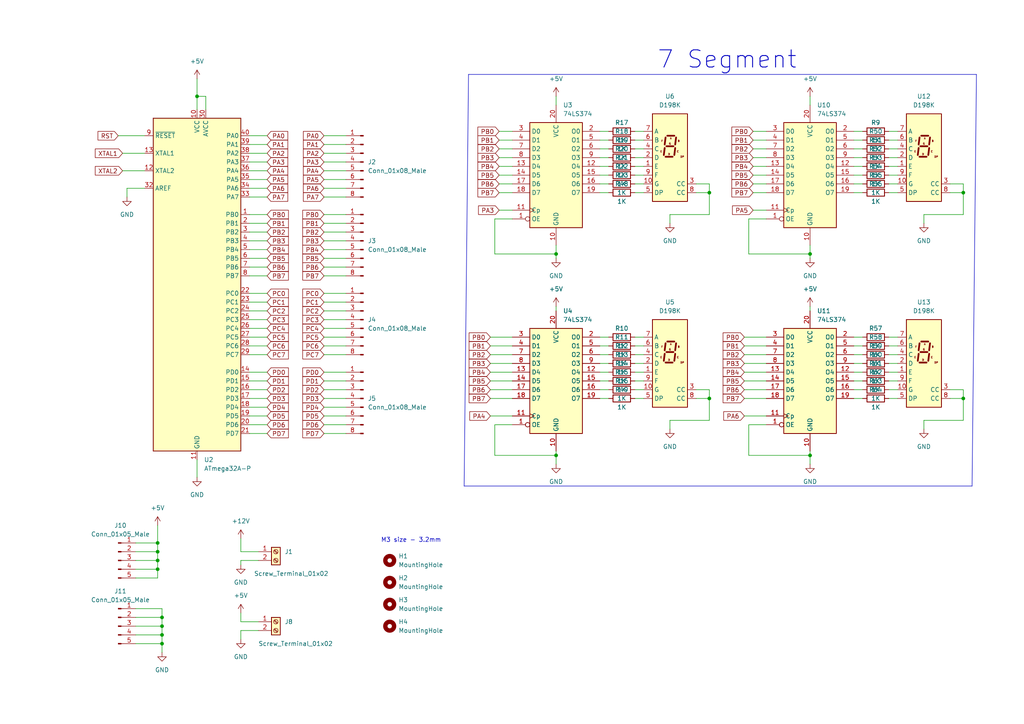
<source format=kicad_sch>
(kicad_sch (version 20230121) (generator eeschema)
  (paper "A4")
  (lib_symbols
    (symbol "+5V_1" (power) (pin_names (offset 0))
      (property "Value" "+5V_1" (at 0 3.556 0))
      (symbol "+5V_1_1_1"
        (pin power_in line (at 0 0 90) (length 0) hide (name "+5V") (number "1"))
      )
    )
    (symbol "74xx:74LS374"
      (property "Reference" "U" (at -7.62 16.51 0))
      (property "Value" "74LS374" (at -7.62 -16.51 0))
      (symbol "74LS374_1_0"
        (pin input inverted (at -12.7 -12.7 0) (length 5.08) (name "OE") (number "1"))
        (pin power_in line (at 0 -20.32 90) (length 5.08) (name "GND") (number "10"))
        (pin input clock (at -12.7 -10.16 0) (length 5.08) (name "Cp") (number "11"))
        (pin tri_state line (at 12.7 2.54 180) (length 5.08) (name "O4") (number "12"))
        (pin input line (at -12.7 2.54 0) (length 5.08) (name "D4") (number "13"))
        (pin input line (at -12.7 0 0) (length 5.08) (name "D5") (number "14"))
        (pin tri_state line (at 12.7 0 180) (length 5.08) (name "O5") (number "15"))
        (pin tri_state line (at 12.7 -2.54 180) (length 5.08) (name "O6") (number "16"))
        (pin input line (at -12.7 -2.54 0) (length 5.08) (name "D6") (number "17"))
        (pin input line (at -12.7 -5.08 0) (length 5.08) (name "D7") (number "18"))
        (pin tri_state line (at 12.7 -5.08 180) (length 5.08) (name "O7") (number "19"))
        (pin tri_state line (at 12.7 12.7 180) (length 5.08) (name "O0") (number "2"))
        (pin power_in line (at 0 20.32 270) (length 5.08) (name "VCC") (number "20"))
        (pin input line (at -12.7 12.7 0) (length 5.08) (name "D0") (number "3"))
        (pin input line (at -12.7 10.16 0) (length 5.08) (name "D1") (number "4"))
        (pin tri_state line (at 12.7 10.16 180) (length 5.08) (name "O1") (number "5"))
        (pin tri_state line (at 12.7 7.62 180) (length 5.08) (name "O2") (number "6"))
        (pin input line (at -12.7 7.62 0) (length 5.08) (name "D2") (number "7"))
        (pin input line (at -12.7 5.08 0) (length 5.08) (name "D3") (number "8"))
        (pin tri_state line (at 12.7 5.08 180) (length 5.08) (name "O3") (number "9"))
      )
    )
    (symbol "Connector:Conn_01x05_Male" (pin_names (offset 1.016) hide)
      (property "Reference" "J" (at 0 7.62 0))
      (property "Value" "Conn_01x05_Male" (at 0 -7.62 0))
      (symbol "Conn_01x05_Male_1_1"
        (pin passive line (at 5.08 5.08 180) (length 3.81) (name "Pin_1") (number "1"))
        (pin passive line (at 5.08 2.54 180) (length 3.81) (name "Pin_2") (number "2"))
        (pin passive line (at 5.08 0 180) (length 3.81) (name "Pin_3") (number "3"))
        (pin passive line (at 5.08 -2.54 180) (length 3.81) (name "Pin_4") (number "4"))
        (pin passive line (at 5.08 -5.08 180) (length 3.81) (name "Pin_5") (number "5"))
      )
    )
    (symbol "Connector:Conn_01x08_Male" (pin_names (offset 1.016) hide)
      (property "Reference" "J" (at 0 10.16 0))
      (property "Value" "Conn_01x08_Male" (at 0 -12.7 0))
      (symbol "Conn_01x08_Male_1_1"
        (pin passive line (at 5.08 7.62 180) (length 3.81) (name "Pin_1") (number "1"))
        (pin passive line (at 5.08 5.08 180) (length 3.81) (name "Pin_2") (number "2"))
        (pin passive line (at 5.08 2.54 180) (length 3.81) (name "Pin_3") (number "3"))
        (pin passive line (at 5.08 0 180) (length 3.81) (name "Pin_4") (number "4"))
        (pin passive line (at 5.08 -2.54 180) (length 3.81) (name "Pin_5") (number "5"))
        (pin passive line (at 5.08 -5.08 180) (length 3.81) (name "Pin_6") (number "6"))
        (pin passive line (at 5.08 -7.62 180) (length 3.81) (name "Pin_7") (number "7"))
        (pin passive line (at 5.08 -10.16 180) (length 3.81) (name "Pin_8") (number "8"))
      )
    )
    (symbol "Connector:Screw_Terminal_01x02" (pin_names (offset 1.016) hide)
      (property "Reference" "J" (at 0 2.54 0))
      (property "Value" "Screw_Terminal_01x02" (at 0 -5.08 0))
      (symbol "Screw_Terminal_01x02_1_1"
        (pin passive line (at -5.08 0 0) (length 3.81) (name "Pin_1") (number "1"))
        (pin passive line (at -5.08 -2.54 0) (length 3.81) (name "Pin_2") (number "2"))
      )
    )
    (symbol "Device:R" (pin_numbers hide) (pin_names (offset 0))
      (property "Reference" "R" (at 2.032 0 90))
      (property "Value" "R" (at 0 0 90))
      (symbol "R_1_1"
        (pin passive line (at 0 3.81 270) (length 1.27) (name "~") (number "1"))
        (pin passive line (at 0 -3.81 90) (length 1.27) (name "~") (number "2"))
      )
    )
    (symbol "Display_Character:D198K"
      (property "Reference" "U" (at -2.54 13.97 0))
      (property "Value" "D198K" (at 1.27 13.97 0))
      (symbol "D198K_0_0"
        (text "A" (at 0.254 5.588 0) (effects (font (size 0.508 0.508))))
        (text "B" (at 2.54 4.826 0) (effects (font (size 0.508 0.508))))
        (text "C" (at 2.286 1.778 0) (effects (font (size 0.508 0.508))))
        (text "D" (at -0.254 1.016 0) (effects (font (size 0.508 0.508))))
        (text "DP" (at 3.556 0.254 0) (effects (font (size 0.508 0.508))))
        (text "E" (at -2.54 1.778 0) (effects (font (size 0.508 0.508))))
        (text "F" (at -2.286 4.826 0) (effects (font (size 0.508 0.508))))
        (text "G" (at 0 4.064 0) (effects (font (size 0.508 0.508))))
      )
      (symbol "D198K_1_1"
        (pin input line (at -7.62 -2.54 0) (length 2.54) (name "E") (number "1"))
        (pin input line (at -7.62 -7.62 0) (length 2.54) (name "G") (number "10"))
        (pin input line (at -7.62 0 0) (length 2.54) (name "D") (number "2"))
        (pin input line (at 7.62 -7.62 180) (length 2.54) (name "CC") (number "3"))
        (pin input line (at -7.62 2.54 0) (length 2.54) (name "C") (number "4"))
        (pin input line (at -7.62 -10.16 0) (length 2.54) (name "DP") (number "5"))
        (pin input line (at -7.62 5.08 0) (length 2.54) (name "B") (number "6"))
        (pin input line (at -7.62 7.62 0) (length 2.54) (name "A") (number "7"))
        (pin input line (at 7.62 -10.16 180) (length 2.54) (name "CC") (number "8"))
        (pin input line (at -7.62 -5.08 0) (length 2.54) (name "F") (number "9"))
      )
    )
    (symbol "MCU_Microchip_ATmega:ATmega32A-P"
      (property "Reference" "U" (at -12.7 49.53 0))
      (property "Value" "ATmega32A-P" (at 2.54 -49.53 0))
      (symbol "ATmega32A-P_1_1"
        (pin bidirectional line (at 15.24 20.32 180) (length 2.54) (name "PB0") (number "1"))
        (pin power_in line (at 0 50.8 270) (length 2.54) (name "VCC") (number "10"))
        (pin power_in line (at 0 -50.8 90) (length 2.54) (name "GND") (number "11"))
        (pin output line (at -15.24 33.02 0) (length 2.54) (name "XTAL2") (number "12"))
        (pin input line (at -15.24 38.1 0) (length 2.54) (name "XTAL1") (number "13"))
        (pin bidirectional line (at 15.24 -25.4 180) (length 2.54) (name "PD0") (number "14"))
        (pin bidirectional line (at 15.24 -27.94 180) (length 2.54) (name "PD1") (number "15"))
        (pin bidirectional line (at 15.24 -30.48 180) (length 2.54) (name "PD2") (number "16"))
        (pin bidirectional line (at 15.24 -33.02 180) (length 2.54) (name "PD3") (number "17"))
        (pin bidirectional line (at 15.24 -35.56 180) (length 2.54) (name "PD4") (number "18"))
        (pin bidirectional line (at 15.24 -38.1 180) (length 2.54) (name "PD5") (number "19"))
        (pin bidirectional line (at 15.24 17.78 180) (length 2.54) (name "PB1") (number "2"))
        (pin bidirectional line (at 15.24 -40.64 180) (length 2.54) (name "PD6") (number "20"))
        (pin bidirectional line (at 15.24 -43.18 180) (length 2.54) (name "PD7") (number "21"))
        (pin bidirectional line (at 15.24 -2.54 180) (length 2.54) (name "PC0") (number "22"))
        (pin bidirectional line (at 15.24 -5.08 180) (length 2.54) (name "PC1") (number "23"))
        (pin bidirectional line (at 15.24 -7.62 180) (length 2.54) (name "PC2") (number "24"))
        (pin bidirectional line (at 15.24 -10.16 180) (length 2.54) (name "PC3") (number "25"))
        (pin bidirectional line (at 15.24 -12.7 180) (length 2.54) (name "PC4") (number "26"))
        (pin bidirectional line (at 15.24 -15.24 180) (length 2.54) (name "PC5") (number "27"))
        (pin bidirectional line (at 15.24 -17.78 180) (length 2.54) (name "PC6") (number "28"))
        (pin bidirectional line (at 15.24 -20.32 180) (length 2.54) (name "PC7") (number "29"))
        (pin bidirectional line (at 15.24 15.24 180) (length 2.54) (name "PB2") (number "3"))
        (pin power_in line (at 2.54 50.8 270) (length 2.54) (name "AVCC") (number "30"))
        (pin passive line (at 0 -50.8 90) (length 2.54) hide (name "GND") (number "31"))
        (pin passive line (at -15.24 27.94 0) (length 2.54) (name "AREF") (number "32"))
        (pin bidirectional line (at 15.24 25.4 180) (length 2.54) (name "PA7") (number "33"))
        (pin bidirectional line (at 15.24 27.94 180) (length 2.54) (name "PA6") (number "34"))
        (pin bidirectional line (at 15.24 30.48 180) (length 2.54) (name "PA5") (number "35"))
        (pin bidirectional line (at 15.24 33.02 180) (length 2.54) (name "PA4") (number "36"))
        (pin bidirectional line (at 15.24 35.56 180) (length 2.54) (name "PA3") (number "37"))
        (pin bidirectional line (at 15.24 38.1 180) (length 2.54) (name "PA2") (number "38"))
        (pin bidirectional line (at 15.24 40.64 180) (length 2.54) (name "PA1") (number "39"))
        (pin bidirectional line (at 15.24 12.7 180) (length 2.54) (name "PB3") (number "4"))
        (pin bidirectional line (at 15.24 43.18 180) (length 2.54) (name "PA0") (number "40"))
        (pin bidirectional line (at 15.24 10.16 180) (length 2.54) (name "PB4") (number "5"))
        (pin bidirectional line (at 15.24 7.62 180) (length 2.54) (name "PB5") (number "6"))
        (pin bidirectional line (at 15.24 5.08 180) (length 2.54) (name "PB6") (number "7"))
        (pin bidirectional line (at 15.24 2.54 180) (length 2.54) (name "PB7") (number "8"))
        (pin input line (at -15.24 43.18 0) (length 2.54) (name "~{RESET}") (number "9"))
      )
    )
    (symbol "Mechanical:MountingHole" (pin_names (offset 1.016))
      (property "Reference" "H" (at 0 5.08 0))
      (property "Value" "MountingHole" (at 0 3.175 0))
    )
    (symbol "power:+12V" (power) (pin_names (offset 0))
      (property "Value" "+12V" (at 0 3.556 0))
      (symbol "+12V_1_1"
        (pin power_in line (at 0 0 90) (length 0) hide (name "+12V") (number "1"))
      )
    )
    (symbol "power:+5V" (power) (pin_names (offset 0))
      (property "Value" "+5V" (at 0 3.556 0))
      (symbol "+5V_1_1"
        (pin power_in line (at 0 0 90) (length 0) hide (name "+5V") (number "1"))
      )
    )
    (symbol "power:GND" (power) (pin_names (offset 0))
      (property "Value" "GND" (at 0 -3.81 0))
      (symbol "GND_1_1"
        (pin power_in line (at 0 0 270) (length 0) hide (name "GND") (number "1"))
      )
    )
  )
  (junction (at 234.95 132.08))
  (junction (at 279.4 55.88))
  (junction (at 46.99 184.15))
  (junction (at 45.72 160.02))
  (junction (at 57.15 27.94))
  (junction (at 45.72 162.56))
  (junction (at 45.72 157.48))
  (junction (at 161.29 132.08))
  (junction (at 46.99 181.61))
  (junction (at 279.4 115.57))
  (junction (at 234.95 73.66))
  (junction (at 205.74 55.88))
  (junction (at 161.29 73.66))
  (junction (at 46.99 179.07))
  (junction (at 46.99 186.69))
  (junction (at 205.74 115.57))
  (junction (at 45.72 165.1))
  (wire (pts (xy 279.4 113.03) (xy 279.4 115.57)))
  (wire (pts (xy 184.15 45.72) (xy 186.69 45.72)))
  (wire (pts (xy 215.9 107.95) (xy 222.25 107.95)))
  (wire (pts (xy 93.98 54.61) (xy 100.33 54.61)))
  (wire (pts (xy 173.99 38.1) (xy 176.53 38.1)))
  (wire (pts (xy 184.15 38.1) (xy 186.69 38.1)))
  (wire (pts (xy 257.81 50.8) (xy 260.35 50.8)))
  (polyline (pts (xy 135.89 21.59) (xy 134.62 140.97)))
  (wire (pts (xy 69.85 182.88) (xy 69.85 185.42)))
  (wire (pts (xy 247.65 113.03) (xy 250.19 113.03)))
  (wire (pts (xy 173.99 40.64) (xy 176.53 40.64)))
  (wire (pts (xy 148.59 123.19) (xy 143.51 123.19)))
  (wire (pts (xy 93.98 97.79) (xy 100.33 97.79)))
  (wire (pts (xy 45.72 167.64) (xy 45.72 165.1)))
  (wire (pts (xy 194.31 62.23) (xy 194.31 64.77)))
  (wire (pts (xy 184.15 113.03) (xy 186.69 113.03)))
  (wire (pts (xy 234.95 71.12) (xy 234.95 73.66)))
  (wire (pts (xy 173.99 100.33) (xy 176.53 100.33)))
  (wire (pts (xy 144.78 48.26) (xy 148.59 48.26)))
  (wire (pts (xy 69.85 160.02) (xy 74.93 160.02)))
  (wire (pts (xy 93.98 120.65) (xy 100.33 120.65)))
  (wire (pts (xy 161.29 130.81) (xy 161.29 132.08)))
  (wire (pts (xy 142.24 113.03) (xy 148.59 113.03)))
  (wire (pts (xy 275.59 113.03) (xy 279.4 113.03)))
  (wire (pts (xy 234.95 73.66) (xy 234.95 74.93)))
  (wire (pts (xy 217.17 73.66) (xy 234.95 73.66)))
  (wire (pts (xy 41.91 54.61) (xy 36.83 54.61)))
  (wire (pts (xy 218.44 50.8) (xy 222.25 50.8)))
  (wire (pts (xy 77.47 80.01) (xy 72.39 80.01)))
  (wire (pts (xy 72.39 44.45) (xy 77.47 44.45)))
  (wire (pts (xy 93.98 123.19) (xy 100.33 123.19)))
  (wire (pts (xy 39.37 179.07) (xy 46.99 179.07)))
  (wire (pts (xy 247.65 38.1) (xy 250.19 38.1)))
  (wire (pts (xy 217.17 132.08) (xy 234.95 132.08)))
  (wire (pts (xy 267.97 121.92) (xy 267.97 124.46)))
  (wire (pts (xy 144.78 53.34) (xy 148.59 53.34)))
  (wire (pts (xy 234.95 132.08) (xy 234.95 134.62)))
  (wire (pts (xy 142.24 110.49) (xy 148.59 110.49)))
  (wire (pts (xy 77.47 74.93) (xy 72.39 74.93)))
  (wire (pts (xy 77.47 67.31) (xy 72.39 67.31)))
  (wire (pts (xy 217.17 63.5) (xy 217.17 73.66)))
  (wire (pts (xy 57.15 27.94) (xy 57.15 31.75)))
  (wire (pts (xy 93.98 125.73) (xy 100.33 125.73)))
  (wire (pts (xy 247.65 43.18) (xy 250.19 43.18)))
  (wire (pts (xy 93.98 52.07) (xy 100.33 52.07)))
  (wire (pts (xy 142.24 107.95) (xy 148.59 107.95)))
  (wire (pts (xy 215.9 105.41) (xy 222.25 105.41)))
  (wire (pts (xy 173.99 43.18) (xy 176.53 43.18)))
  (wire (pts (xy 39.37 165.1) (xy 45.72 165.1)))
  (wire (pts (xy 247.65 53.34) (xy 250.19 53.34)))
  (wire (pts (xy 93.98 113.03) (xy 100.33 113.03)))
  (wire (pts (xy 77.47 110.49) (xy 72.39 110.49)))
  (wire (pts (xy 45.72 162.56) (xy 45.72 160.02)))
  (wire (pts (xy 257.81 53.34) (xy 260.35 53.34)))
  (wire (pts (xy 143.51 123.19) (xy 143.51 132.08)))
  (wire (pts (xy 184.15 48.26) (xy 186.69 48.26)))
  (wire (pts (xy 69.85 177.8) (xy 69.85 180.34)))
  (wire (pts (xy 205.74 115.57) (xy 205.74 121.92)))
  (wire (pts (xy 173.99 105.41) (xy 176.53 105.41)))
  (wire (pts (xy 247.65 55.88) (xy 250.19 55.88)))
  (wire (pts (xy 77.47 77.47) (xy 72.39 77.47)))
  (wire (pts (xy 77.47 72.39) (xy 72.39 72.39)))
  (wire (pts (xy 257.81 48.26) (xy 260.35 48.26)))
  (wire (pts (xy 93.98 118.11) (xy 100.33 118.11)))
  (wire (pts (xy 77.47 115.57) (xy 72.39 115.57)))
  (wire (pts (xy 39.37 162.56) (xy 45.72 162.56)))
  (wire (pts (xy 142.24 120.65) (xy 148.59 120.65)))
  (wire (pts (xy 93.98 80.01) (xy 100.33 80.01)))
  (wire (pts (xy 279.4 121.92) (xy 267.97 121.92)))
  (wire (pts (xy 142.24 100.33) (xy 148.59 100.33)))
  (wire (pts (xy 39.37 160.02) (xy 45.72 160.02)))
  (wire (pts (xy 247.65 107.95) (xy 250.19 107.95)))
  (wire (pts (xy 59.69 31.75) (xy 59.69 27.94)))
  (wire (pts (xy 218.44 45.72) (xy 222.25 45.72)))
  (wire (pts (xy 142.24 105.41) (xy 148.59 105.41)))
  (wire (pts (xy 93.98 72.39) (xy 100.33 72.39)))
  (wire (pts (xy 257.81 113.03) (xy 260.35 113.03)))
  (wire (pts (xy 247.65 48.26) (xy 250.19 48.26)))
  (wire (pts (xy 234.95 88.9) (xy 234.95 90.17)))
  (wire (pts (xy 205.74 62.23) (xy 194.31 62.23)))
  (wire (pts (xy 247.65 50.8) (xy 250.19 50.8)))
  (wire (pts (xy 222.25 123.19) (xy 217.17 123.19)))
  (wire (pts (xy 201.93 115.57) (xy 205.74 115.57)))
  (wire (pts (xy 143.51 132.08) (xy 161.29 132.08)))
  (wire (pts (xy 93.98 115.57) (xy 100.33 115.57)))
  (wire (pts (xy 77.47 118.11) (xy 72.39 118.11)))
  (wire (pts (xy 142.24 102.87) (xy 148.59 102.87)))
  (wire (pts (xy 93.98 107.95) (xy 100.33 107.95)))
  (wire (pts (xy 184.15 43.18) (xy 186.69 43.18)))
  (wire (pts (xy 173.99 55.88) (xy 176.53 55.88)))
  (wire (pts (xy 257.81 40.64) (xy 260.35 40.64)))
  (wire (pts (xy 93.98 69.85) (xy 100.33 69.85)))
  (wire (pts (xy 173.99 113.03) (xy 176.53 113.03)))
  (wire (pts (xy 161.29 27.94) (xy 161.29 30.48)))
  (wire (pts (xy 59.69 27.94) (xy 57.15 27.94)))
  (wire (pts (xy 184.15 100.33) (xy 186.69 100.33)))
  (wire (pts (xy 77.47 62.23) (xy 72.39 62.23)))
  (wire (pts (xy 45.72 165.1) (xy 45.72 162.56)))
  (wire (pts (xy 143.51 73.66) (xy 161.29 73.66)))
  (wire (pts (xy 36.83 54.61) (xy 36.83 57.15)))
  (wire (pts (xy 257.81 105.41) (xy 260.35 105.41)))
  (wire (pts (xy 93.98 57.15) (xy 100.33 57.15)))
  (wire (pts (xy 201.93 53.34) (xy 205.74 53.34)))
  (wire (pts (xy 247.65 45.72) (xy 250.19 45.72)))
  (wire (pts (xy 93.98 44.45) (xy 100.33 44.45)))
  (wire (pts (xy 184.15 50.8) (xy 186.69 50.8)))
  (wire (pts (xy 72.39 52.07) (xy 77.47 52.07)))
  (wire (pts (xy 215.9 102.87) (xy 222.25 102.87)))
  (wire (pts (xy 72.39 46.99) (xy 77.47 46.99)))
  (wire (pts (xy 215.9 115.57) (xy 222.25 115.57)))
  (wire (pts (xy 161.29 132.08) (xy 161.29 134.62)))
  (wire (pts (xy 144.78 50.8) (xy 148.59 50.8)))
  (wire (pts (xy 144.78 43.18) (xy 148.59 43.18)))
  (wire (pts (xy 201.93 55.88) (xy 205.74 55.88)))
  (wire (pts (xy 257.81 45.72) (xy 260.35 45.72)))
  (wire (pts (xy 77.47 100.33) (xy 72.39 100.33)))
  (polyline (pts (xy 281.94 140.97) (xy 283.21 21.59)))
  (wire (pts (xy 74.93 162.56) (xy 69.85 162.56)))
  (wire (pts (xy 267.97 62.23) (xy 267.97 64.77)))
  (wire (pts (xy 205.74 55.88) (xy 205.74 62.23)))
  (wire (pts (xy 173.99 107.95) (xy 176.53 107.95)))
  (wire (pts (xy 46.99 189.23) (xy 46.99 186.69)))
  (wire (pts (xy 217.17 123.19) (xy 217.17 132.08)))
  (wire (pts (xy 144.78 45.72) (xy 148.59 45.72)))
  (wire (pts (xy 218.44 60.96) (xy 222.25 60.96)))
  (wire (pts (xy 222.25 63.5) (xy 217.17 63.5)))
  (wire (pts (xy 205.74 121.92) (xy 194.31 121.92)))
  (wire (pts (xy 93.98 90.17) (xy 100.33 90.17)))
  (wire (pts (xy 218.44 40.64) (xy 222.25 40.64)))
  (wire (pts (xy 218.44 55.88) (xy 222.25 55.88)))
  (wire (pts (xy 215.9 120.65) (xy 222.25 120.65)))
  (wire (pts (xy 279.4 115.57) (xy 279.4 121.92)))
  (wire (pts (xy 77.47 95.25) (xy 72.39 95.25)))
  (wire (pts (xy 215.9 97.79) (xy 222.25 97.79)))
  (wire (pts (xy 279.4 55.88) (xy 279.4 62.23)))
  (wire (pts (xy 93.98 77.47) (xy 100.33 77.47)))
  (wire (pts (xy 72.39 54.61) (xy 77.47 54.61)))
  (wire (pts (xy 279.4 62.23) (xy 267.97 62.23)))
  (wire (pts (xy 257.81 107.95) (xy 260.35 107.95)))
  (wire (pts (xy 144.78 55.88) (xy 148.59 55.88)))
  (wire (pts (xy 215.9 113.03) (xy 222.25 113.03)))
  (wire (pts (xy 77.47 92.71) (xy 72.39 92.71)))
  (wire (pts (xy 144.78 38.1) (xy 148.59 38.1)))
  (wire (pts (xy 173.99 53.34) (xy 176.53 53.34)))
  (wire (pts (xy 45.72 160.02) (xy 45.72 157.48)))
  (wire (pts (xy 35.56 49.53) (xy 41.91 49.53)))
  (wire (pts (xy 205.74 113.03) (xy 205.74 115.57)))
  (wire (pts (xy 93.98 102.87) (xy 100.33 102.87)))
  (wire (pts (xy 184.15 53.34) (xy 186.69 53.34)))
  (wire (pts (xy 234.95 27.94) (xy 234.95 30.48)))
  (wire (pts (xy 142.24 97.79) (xy 148.59 97.79)))
  (wire (pts (xy 69.85 180.34) (xy 74.93 180.34)))
  (wire (pts (xy 257.81 115.57) (xy 260.35 115.57)))
  (wire (pts (xy 218.44 53.34) (xy 222.25 53.34)))
  (wire (pts (xy 260.35 55.88) (xy 257.81 55.88)))
  (wire (pts (xy 215.9 100.33) (xy 222.25 100.33)))
  (wire (pts (xy 93.98 41.91) (xy 100.33 41.91)))
  (wire (pts (xy 184.15 102.87) (xy 186.69 102.87)))
  (wire (pts (xy 257.81 110.49) (xy 260.35 110.49)))
  (wire (pts (xy 93.98 46.99) (xy 100.33 46.99)))
  (wire (pts (xy 77.47 64.77) (xy 72.39 64.77)))
  (wire (pts (xy 205.74 53.34) (xy 205.74 55.88)))
  (wire (pts (xy 247.65 100.33) (xy 250.19 100.33)))
  (wire (pts (xy 257.81 43.18) (xy 260.35 43.18)))
  (wire (pts (xy 93.98 87.63) (xy 100.33 87.63)))
  (wire (pts (xy 93.98 62.23) (xy 100.33 62.23)))
  (wire (pts (xy 257.81 97.79) (xy 260.35 97.79)))
  (wire (pts (xy 247.65 110.49) (xy 250.19 110.49)))
  (wire (pts (xy 218.44 43.18) (xy 222.25 43.18)))
  (wire (pts (xy 173.99 97.79) (xy 176.53 97.79)))
  (wire (pts (xy 93.98 67.31) (xy 100.33 67.31)))
  (wire (pts (xy 144.78 60.96) (xy 148.59 60.96)))
  (wire (pts (xy 247.65 40.64) (xy 250.19 40.64)))
  (wire (pts (xy 72.39 49.53) (xy 77.47 49.53)))
  (wire (pts (xy 69.85 162.56) (xy 69.85 163.83)))
  (wire (pts (xy 72.39 41.91) (xy 77.47 41.91)))
  (wire (pts (xy 184.15 105.41) (xy 186.69 105.41)))
  (wire (pts (xy 39.37 176.53) (xy 46.99 176.53)))
  (wire (pts (xy 93.98 39.37) (xy 100.33 39.37)))
  (wire (pts (xy 93.98 92.71) (xy 100.33 92.71)))
  (wire (pts (xy 247.65 97.79) (xy 250.19 97.79)))
  (wire (pts (xy 93.98 100.33) (xy 100.33 100.33)))
  (wire (pts (xy 77.47 125.73) (xy 72.39 125.73)))
  (wire (pts (xy 173.99 115.57) (xy 176.53 115.57)))
  (wire (pts (xy 144.78 40.64) (xy 148.59 40.64)))
  (wire (pts (xy 77.47 97.79) (xy 72.39 97.79)))
  (wire (pts (xy 77.47 120.65) (xy 72.39 120.65)))
  (wire (pts (xy 142.24 115.57) (xy 148.59 115.57)))
  (wire (pts (xy 57.15 22.86) (xy 57.15 27.94)))
  (wire (pts (xy 215.9 110.49) (xy 222.25 110.49)))
  (wire (pts (xy 161.29 88.9) (xy 161.29 90.17)))
  (wire (pts (xy 45.72 152.4) (xy 45.72 157.48)))
  (wire (pts (xy 46.99 181.61) (xy 46.99 184.15)))
  (wire (pts (xy 218.44 48.26) (xy 222.25 48.26)))
  (wire (pts (xy 257.81 102.87) (xy 260.35 102.87)))
  (wire (pts (xy 93.98 74.93) (xy 100.33 74.93)))
  (wire (pts (xy 184.15 107.95) (xy 186.69 107.95)))
  (wire (pts (xy 77.47 87.63) (xy 72.39 87.63)))
  (wire (pts (xy 35.56 44.45) (xy 41.91 44.45)))
  (wire (pts (xy 69.85 156.21) (xy 69.85 160.02)))
  (wire (pts (xy 77.47 85.09) (xy 72.39 85.09)))
  (wire (pts (xy 173.99 48.26) (xy 176.53 48.26)))
  (wire (pts (xy 46.99 184.15) (xy 46.99 186.69)))
  (wire (pts (xy 93.98 85.09) (xy 100.33 85.09)))
  (wire (pts (xy 275.59 53.34) (xy 279.4 53.34)))
  (wire (pts (xy 275.59 55.88) (xy 279.4 55.88)))
  (wire (pts (xy 74.93 182.88) (xy 69.85 182.88)))
  (wire (pts (xy 148.59 63.5) (xy 143.51 63.5)))
  (wire (pts (xy 173.99 45.72) (xy 176.53 45.72)))
  (polyline (pts (xy 134.62 140.97) (xy 281.94 140.97)))
  (wire (pts (xy 77.47 102.87) (xy 72.39 102.87)))
  (wire (pts (xy 257.81 38.1) (xy 260.35 38.1)))
  (polyline (pts (xy 135.89 21.59) (xy 283.21 21.59)))
  (wire (pts (xy 57.15 133.35) (xy 57.15 138.43)))
  (wire (pts (xy 218.44 38.1) (xy 222.25 38.1)))
  (wire (pts (xy 173.99 50.8) (xy 176.53 50.8)))
  (wire (pts (xy 93.98 95.25) (xy 100.33 95.25)))
  (wire (pts (xy 77.47 113.03) (xy 72.39 113.03)))
  (wire (pts (xy 46.99 186.69) (xy 39.37 186.69)))
  (wire (pts (xy 173.99 102.87) (xy 176.53 102.87)))
  (wire (pts (xy 39.37 167.64) (xy 45.72 167.64)))
  (wire (pts (xy 77.47 107.95) (xy 72.39 107.95)))
  (wire (pts (xy 184.15 97.79) (xy 186.69 97.79)))
  (wire (pts (xy 186.69 55.88) (xy 184.15 55.88)))
  (wire (pts (xy 34.29 39.37) (xy 41.91 39.37)))
  (wire (pts (xy 184.15 40.64) (xy 186.69 40.64)))
  (wire (pts (xy 275.59 115.57) (xy 279.4 115.57)))
  (wire (pts (xy 184.15 110.49) (xy 186.69 110.49)))
  (wire (pts (xy 184.15 115.57) (xy 186.69 115.57)))
  (wire (pts (xy 46.99 176.53) (xy 46.99 179.07)))
  (wire (pts (xy 93.98 110.49) (xy 100.33 110.49)))
  (wire (pts (xy 161.29 71.12) (xy 161.29 73.66)))
  (wire (pts (xy 234.95 130.81) (xy 234.95 132.08)))
  (wire (pts (xy 93.98 64.77) (xy 100.33 64.77)))
  (wire (pts (xy 161.29 73.66) (xy 161.29 74.93)))
  (wire (pts (xy 247.65 115.57) (xy 250.19 115.57)))
  (wire (pts (xy 257.81 100.33) (xy 260.35 100.33)))
  (wire (pts (xy 77.47 90.17) (xy 72.39 90.17)))
  (wire (pts (xy 143.51 63.5) (xy 143.51 73.66)))
  (wire (pts (xy 247.65 102.87) (xy 250.19 102.87)))
  (wire (pts (xy 39.37 184.15) (xy 46.99 184.15)))
  (wire (pts (xy 201.93 113.03) (xy 205.74 113.03)))
  (wire (pts (xy 45.72 157.48) (xy 39.37 157.48)))
  (wire (pts (xy 39.37 181.61) (xy 46.99 181.61)))
  (wire (pts (xy 279.4 53.34) (xy 279.4 55.88)))
  (wire (pts (xy 194.31 121.92) (xy 194.31 124.46)))
  (wire (pts (xy 93.98 49.53) (xy 100.33 49.53)))
  (wire (pts (xy 247.65 105.41) (xy 250.19 105.41)))
  (wire (pts (xy 72.39 57.15) (xy 77.47 57.15)))
  (wire (pts (xy 77.47 123.19) (xy 72.39 123.19)))
  (wire (pts (xy 77.47 69.85) (xy 72.39 69.85)))
  (wire (pts (xy 173.99 110.49) (xy 176.53 110.49)))
  (wire (pts (xy 72.39 39.37) (xy 77.47 39.37)))
  (wire (pts (xy 46.99 179.07) (xy 46.99 181.61)))
  (text "M3 size - 3.2mm" (at 110.49 157.48 0) (effects (font (size 1.27 1.27)) (justify left bottom)))
  (text "7 Segment" (at 190.5 20.32 0) (effects (font (size 5 5) (thickness 0.254) bold) (justify left bottom)))
  (global_label "PB4" (shape input) (at 215.9 107.95 180) (property "Intersheetrefs" "${INTERSHEET_REFS}" (effects hide)))
  (global_label "PB5" (shape input) (at 218.44 50.8 180) (property "Intersheetrefs" "${INTERSHEET_REFS}" (effects hide)))
  (global_label "PA4" (shape input) (at 77.47 49.53 0) (property "Intersheetrefs" "${INTERSHEET_REFS}" (effects hide)))
  (global_label "PB6" (shape input) (at 93.98 77.47 180) (property "Intersheetrefs" "${INTERSHEET_REFS}" (effects hide)))
  (global_label "PB4" (shape input) (at 218.44 48.26 180) (property "Intersheetrefs" "${INTERSHEET_REFS}" (effects hide)))
  (global_label "PA5" (shape input) (at 93.98 52.07 180) (property "Intersheetrefs" "${INTERSHEET_REFS}" (effects hide)))
  (global_label "PB4" (shape input) (at 144.78 48.26 180) (property "Intersheetrefs" "${INTERSHEET_REFS}" (effects hide)))
  (global_label "PB0" (shape input) (at 142.24 97.79 180) (property "Intersheetrefs" "${INTERSHEET_REFS}" (effects hide)))
  (global_label "PC6" (shape input) (at 77.47 100.33 0) (property "Intersheetrefs" "${INTERSHEET_REFS}" (effects hide)))
  (global_label "PA6" (shape input) (at 77.47 54.61 0) (property "Intersheetrefs" "${INTERSHEET_REFS}" (effects hide)))
  (global_label "PB5" (shape input) (at 77.47 74.93 0) (property "Intersheetrefs" "${INTERSHEET_REFS}" (effects hide)))
  (global_label "PA5" (shape input) (at 77.47 52.07 0) (property "Intersheetrefs" "${INTERSHEET_REFS}" (effects hide)))
  (global_label "PC1" (shape input) (at 93.98 87.63 180) (property "Intersheetrefs" "${INTERSHEET_REFS}" (effects hide)))
  (global_label "PC0" (shape input) (at 93.98 85.09 180) (property "Intersheetrefs" "${INTERSHEET_REFS}" (effects hide)))
  (global_label "PB3" (shape input) (at 144.78 45.72 180) (property "Intersheetrefs" "${INTERSHEET_REFS}" (effects hide)))
  (global_label "PA1" (shape input) (at 77.47 41.91 0) (property "Intersheetrefs" "${INTERSHEET_REFS}" (effects hide)))
  (global_label "PC5" (shape input) (at 77.47 97.79 0) (property "Intersheetrefs" "${INTERSHEET_REFS}" (effects hide)))
  (global_label "PB1" (shape input) (at 144.78 40.64 180) (property "Intersheetrefs" "${INTERSHEET_REFS}" (effects hide)))
  (global_label "PB2" (shape input) (at 144.78 43.18 180) (property "Intersheetrefs" "${INTERSHEET_REFS}" (effects hide)))
  (global_label "PD0" (shape input) (at 93.98 107.95 180) (property "Intersheetrefs" "${INTERSHEET_REFS}" (effects hide)))
  (global_label "PC4" (shape input) (at 93.98 95.25 180) (property "Intersheetrefs" "${INTERSHEET_REFS}" (effects hide)))
  (global_label "PB0" (shape input) (at 93.98 62.23 180) (property "Intersheetrefs" "${INTERSHEET_REFS}" (effects hide)))
  (global_label "PB6" (shape input) (at 215.9 113.03 180) (property "Intersheetrefs" "${INTERSHEET_REFS}" (effects hide)))
  (global_label "PB1" (shape input) (at 218.44 40.64 180) (property "Intersheetrefs" "${INTERSHEET_REFS}" (effects hide)))
  (global_label "PC1" (shape input) (at 77.47 87.63 0) (property "Intersheetrefs" "${INTERSHEET_REFS}" (effects hide)))
  (global_label "PB1" (shape input) (at 93.98 64.77 180) (property "Intersheetrefs" "${INTERSHEET_REFS}" (effects hide)))
  (global_label "PA4" (shape input) (at 142.24 120.65 180) (property "Intersheetrefs" "${INTERSHEET_REFS}" (effects hide)))
  (global_label "PC5" (shape input) (at 93.98 97.79 180) (property "Intersheetrefs" "${INTERSHEET_REFS}" (effects hide)))
  (global_label "PD7" (shape input) (at 77.47 125.73 0) (property "Intersheetrefs" "${INTERSHEET_REFS}" (effects hide)))
  (global_label "PB2" (shape input) (at 93.98 67.31 180) (property "Intersheetrefs" "${INTERSHEET_REFS}" (effects hide)))
  (global_label "PB3" (shape input) (at 218.44 45.72 180) (property "Intersheetrefs" "${INTERSHEET_REFS}" (effects hide)))
  (global_label "PD2" (shape input) (at 93.98 113.03 180) (property "Intersheetrefs" "${INTERSHEET_REFS}" (effects hide)))
  (global_label "PD1" (shape input) (at 77.47 110.49 0) (property "Intersheetrefs" "${INTERSHEET_REFS}" (effects hide)))
  (global_label "PB2" (shape input) (at 218.44 43.18 180) (property "Intersheetrefs" "${INTERSHEET_REFS}" (effects hide)))
  (global_label "PC3" (shape input) (at 93.98 92.71 180) (property "Intersheetrefs" "${INTERSHEET_REFS}" (effects hide)))
  (global_label "PB2" (shape input) (at 77.47 67.31 0) (property "Intersheetrefs" "${INTERSHEET_REFS}" (effects hide)))
  (global_label "PB7" (shape input) (at 144.78 55.88 180) (property "Intersheetrefs" "${INTERSHEET_REFS}" (effects hide)))
  (global_label "PD3" (shape input) (at 77.47 115.57 0) (property "Intersheetrefs" "${INTERSHEET_REFS}" (effects hide)))
  (global_label "XTAL1" (shape input) (at 35.56 44.45 180) (property "Intersheetrefs" "${INTERSHEET_REFS}" (effects hide)))
  (global_label "PA5" (shape input) (at 218.44 60.96 180) (property "Intersheetrefs" "${INTERSHEET_REFS}" (effects hide)))
  (global_label "PA2" (shape input) (at 77.47 44.45 0) (property "Intersheetrefs" "${INTERSHEET_REFS}" (effects hide)))
  (global_label "PD6" (shape input) (at 77.47 123.19 0) (property "Intersheetrefs" "${INTERSHEET_REFS}" (effects hide)))
  (global_label "PD5" (shape input) (at 77.47 120.65 0) (property "Intersheetrefs" "${INTERSHEET_REFS}" (effects hide)))
  (global_label "PD2" (shape input) (at 77.47 113.03 0) (property "Intersheetrefs" "${INTERSHEET_REFS}" (effects hide)))
  (global_label "PB5" (shape input) (at 215.9 110.49 180) (property "Intersheetrefs" "${INTERSHEET_REFS}" (effects hide)))
  (global_label "PB6" (shape input) (at 142.24 113.03 180) (property "Intersheetrefs" "${INTERSHEET_REFS}" (effects hide)))
  (global_label "PB4" (shape input) (at 142.24 107.95 180) (property "Intersheetrefs" "${INTERSHEET_REFS}" (effects hide)))
  (global_label "PD5" (shape input) (at 93.98 120.65 180) (property "Intersheetrefs" "${INTERSHEET_REFS}" (effects hide)))
  (global_label "PB6" (shape input) (at 218.44 53.34 180) (property "Intersheetrefs" "${INTERSHEET_REFS}" (effects hide)))
  (global_label "PC6" (shape input) (at 93.98 100.33 180) (property "Intersheetrefs" "${INTERSHEET_REFS}" (effects hide)))
  (global_label "PA6" (shape input) (at 215.9 120.65 180) (property "Intersheetrefs" "${INTERSHEET_REFS}" (effects hide)))
  (global_label "PA0" (shape input) (at 77.47 39.37 0) (property "Intersheetrefs" "${INTERSHEET_REFS}" (effects hide)))
  (global_label "PA6" (shape input) (at 93.98 54.61 180) (property "Intersheetrefs" "${INTERSHEET_REFS}" (effects hide)))
  (global_label "PA7" (shape input) (at 77.47 57.15 0) (property "Intersheetrefs" "${INTERSHEET_REFS}" (effects hide)))
  (global_label "PA0" (shape input) (at 93.98 39.37 180) (property "Intersheetrefs" "${INTERSHEET_REFS}" (effects hide)))
  (global_label "PA3" (shape input) (at 144.78 60.96 180) (property "Intersheetrefs" "${INTERSHEET_REFS}" (effects hide)))
  (global_label "PB1" (shape input) (at 215.9 100.33 180) (property "Intersheetrefs" "${INTERSHEET_REFS}" (effects hide)))
  (global_label "PB6" (shape input) (at 77.47 77.47 0) (property "Intersheetrefs" "${INTERSHEET_REFS}" (effects hide)))
  (global_label "PB1" (shape input) (at 77.47 64.77 0) (property "Intersheetrefs" "${INTERSHEET_REFS}" (effects hide)))
  (global_label "PC7" (shape input) (at 93.98 102.87 180) (property "Intersheetrefs" "${INTERSHEET_REFS}" (effects hide)))
  (global_label "PC2" (shape input) (at 93.98 90.17 180) (property "Intersheetrefs" "${INTERSHEET_REFS}" (effects hide)))
  (global_label "PB7" (shape input) (at 93.98 80.01 180) (property "Intersheetrefs" "${INTERSHEET_REFS}" (effects hide)))
  (global_label "PA3" (shape input) (at 77.47 46.99 0) (property "Intersheetrefs" "${INTERSHEET_REFS}" (effects hide)))
  (global_label "PC4" (shape input) (at 77.47 95.25 0) (property "Intersheetrefs" "${INTERSHEET_REFS}" (effects hide)))
  (global_label "PA3" (shape input) (at 93.98 46.99 180) (property "Intersheetrefs" "${INTERSHEET_REFS}" (effects hide)))
  (global_label "PB7" (shape input) (at 77.47 80.01 0) (property "Intersheetrefs" "${INTERSHEET_REFS}" (effects hide)))
  (global_label "PA2" (shape input) (at 93.98 44.45 180) (property "Intersheetrefs" "${INTERSHEET_REFS}" (effects hide)))
  (global_label "PD7" (shape input) (at 93.98 125.73 180) (property "Intersheetrefs" "${INTERSHEET_REFS}" (effects hide)))
  (global_label "PB7" (shape input) (at 215.9 115.57 180) (property "Intersheetrefs" "${INTERSHEET_REFS}" (effects hide)))
  (global_label "PB5" (shape input) (at 144.78 50.8 180) (property "Intersheetrefs" "${INTERSHEET_REFS}" (effects hide)))
  (global_label "PA1" (shape input) (at 93.98 41.91 180) (property "Intersheetrefs" "${INTERSHEET_REFS}" (effects hide)))
  (global_label "XTAL2" (shape input) (at 35.56 49.53 180) (property "Intersheetrefs" "${INTERSHEET_REFS}" (effects hide)))
  (global_label "PB7" (shape input) (at 218.44 55.88 180) (property "Intersheetrefs" "${INTERSHEET_REFS}" (effects hide)))
  (global_label "PB3" (shape input) (at 77.47 69.85 0) (property "Intersheetrefs" "${INTERSHEET_REFS}" (effects hide)))
  (global_label "PD4" (shape input) (at 77.47 118.11 0) (property "Intersheetrefs" "${INTERSHEET_REFS}" (effects hide)))
  (global_label "PB3" (shape input) (at 142.24 105.41 180) (property "Intersheetrefs" "${INTERSHEET_REFS}" (effects hide)))
  (global_label "PC2" (shape input) (at 77.47 90.17 0) (property "Intersheetrefs" "${INTERSHEET_REFS}" (effects hide)))
  (global_label "PB1" (shape input) (at 142.24 100.33 180) (property "Intersheetrefs" "${INTERSHEET_REFS}" (effects hide)))
  (global_label "PB2" (shape input) (at 215.9 102.87 180) (property "Intersheetrefs" "${INTERSHEET_REFS}" (effects hide)))
  (global_label "PB4" (shape input) (at 77.47 72.39 0) (property "Intersheetrefs" "${INTERSHEET_REFS}" (effects hide)))
  (global_label "PD0" (shape input) (at 77.47 107.95 0) (property "Intersheetrefs" "${INTERSHEET_REFS}" (effects hide)))
  (global_label "PA7" (shape input) (at 93.98 57.15 180) (property "Intersheetrefs" "${INTERSHEET_REFS}" (effects hide)))
  (global_label "PB5" (shape input) (at 142.24 110.49 180) (property "Intersheetrefs" "${INTERSHEET_REFS}" (effects hide)))
  (global_label "PB3" (shape input) (at 215.9 105.41 180) (property "Intersheetrefs" "${INTERSHEET_REFS}" (effects hide)))
  (global_label "PA4" (shape input) (at 93.98 49.53 180) (property "Intersheetrefs" "${INTERSHEET_REFS}" (effects hide)))
  (global_label "PD4" (shape input) (at 93.98 118.11 180) (property "Intersheetrefs" "${INTERSHEET_REFS}" (effects hide)))
  (global_label "PD1" (shape input) (at 93.98 110.49 180) (property "Intersheetrefs" "${INTERSHEET_REFS}" (effects hide)))
  (global_label "PB0" (shape input) (at 77.47 62.23 0) (property "Intersheetrefs" "${INTERSHEET_REFS}" (effects hide)))
  (global_label "PC7" (shape input) (at 77.47 102.87 0) (property "Intersheetrefs" "${INTERSHEET_REFS}" (effects hide)))
  (global_label "PB2" (shape input) (at 142.24 102.87 180) (property "Intersheetrefs" "${INTERSHEET_REFS}" (effects hide)))
  (global_label "PC3" (shape input) (at 77.47 92.71 0) (property "Intersheetrefs" "${INTERSHEET_REFS}" (effects hide)))
  (global_label "PD6" (shape input) (at 93.98 123.19 180) (property "Intersheetrefs" "${INTERSHEET_REFS}" (effects hide)))
  (global_label "PB0" (shape input) (at 218.44 38.1 180) (property "Intersheetrefs" "${INTERSHEET_REFS}" (effects hide)))
  (global_label "PB3" (shape input) (at 93.98 69.85 180) (property "Intersheetrefs" "${INTERSHEET_REFS}" (effects hide)))
  (global_label "PB0" (shape input) (at 144.78 38.1 180) (property "Intersheetrefs" "${INTERSHEET_REFS}" (effects hide)))
  (global_label "PB7" (shape input) (at 142.24 115.57 180) (property "Intersheetrefs" "${INTERSHEET_REFS}" (effects hide)))
  (global_label "PC0" (shape input) (at 77.47 85.09 0) (property "Intersheetrefs" "${INTERSHEET_REFS}" (effects hide)))
  (global_label "RST" (shape input) (at 34.29 39.37 180) (property "Intersheetrefs" "${INTERSHEET_REFS}" (effects hide)))
  (global_label "PB4" (shape input) (at 93.98 72.39 180) (property "Intersheetrefs" "${INTERSHEET_REFS}" (effects hide)))
  (global_label "PB0" (shape input) (at 215.9 97.79 180) (property "Intersheetrefs" "${INTERSHEET_REFS}" (effects hide)))
  (global_label "PB6" (shape input) (at 144.78 53.34 180) (property "Intersheetrefs" "${INTERSHEET_REFS}" (effects hide)))
  (global_label "PB5" (shape input) (at 93.98 74.93 180) (property "Intersheetrefs" "${INTERSHEET_REFS}" (effects hide)))
  (global_label "PD3" (shape input) (at 93.98 115.57 180) (property "Intersheetrefs" "${INTERSHEET_REFS}" (effects hide)))
  (symbol (lib_id "Device:R") (at 254 40.64 90) (unit 1)
    (property "Reference" "R50" (at 254 38.1 90))
    (property "Value" "1K" (at 254 43.18 90))
    (property "Footprint" "Resistor_SMD:R_0805_2012Metric_Pad1.20x1.40mm_HandSolder" (effects hide))
  )
  (symbol (lib_id "74xx:74LS374") (at 161.29 50.8 0) (unit 1)
    (property "Reference" "U3" (at 163.3094 30.48 0) (effects (justify left)))
    (property "Value" "74LS374" (at 163.3094 33.02 0) (effects (justify left)))
    (property "Footprint" "Package_SO:SOIC-20W_7.5x12.8mm_P1.27mm" (effects hide))
    (property "Datasheet" "http://www.ti.com/lit/gpn/sn74LS374" (effects hide))
  )
  (symbol (lib_id "Mechanical:MountingHole") (at 113.03 181.61 0) (unit 1)
    (property "Reference" "H4" (at 115.57 180.34 0) (effects (justify left)))
    (property "Value" "MountingHole" (at 115.57 182.88 0) (effects (justify left)))
    (property "Footprint" "MountingHole:MountingHole_3.2mm_M3" (effects hide))
  )
  (symbol (lib_id "Connector:Screw_Terminal_01x02") (at 80.01 180.34 0) (unit 1)
    (property "Reference" "J8" (at 82.55 180.3399 0) (effects (justify left)))
    (property "Value" "Screw_Terminal_01x02" (at 74.93 186.69 0) (effects (justify left)))
    (property "Footprint" "TerminalBlock_RND:TerminalBlock_RND_205-00045_1x02_P5.00mm_Horizontal" (effects hide))
  )
  (symbol (lib_id "Device:R") (at 180.34 53.34 90) (unit 1)
    (property "Reference" "R23" (at 180.34 50.8 90))
    (property "Value" "1K" (at 180.34 55.88 90))
    (property "Footprint" "Resistor_SMD:R_0805_2012Metric_Pad1.20x1.40mm_HandSolder" (effects hide))
  )
  (symbol (lib_id "Device:R") (at 180.34 100.33 90) (unit 1)
    (property "Reference" "R11" (at 180.34 97.79 90))
    (property "Value" "1K" (at 180.34 102.87 90))
    (property "Footprint" "Resistor_SMD:R_0805_2012Metric_Pad1.20x1.40mm_HandSolder" (effects hide))
  )
  (symbol (lib_id "Device:R") (at 180.34 38.1 90) (unit 1)
    (property "Reference" "R17" (at 180.34 35.56 90))
    (property "Value" "1K" (at 180.34 40.64 90))
    (property "Footprint" "Resistor_SMD:R_0805_2012Metric_Pad1.20x1.40mm_HandSolder" (effects hide))
  )
  (symbol (lib_id "Device:R") (at 254 50.8 90) (unit 1)
    (property "Reference" "R54" (at 254 48.26 90))
    (property "Value" "1K" (at 254 53.34 90))
    (property "Footprint" "Resistor_SMD:R_0805_2012Metric_Pad1.20x1.40mm_HandSolder" (effects hide))
  )
  (symbol (lib_id "power:GND") (at 194.31 124.46 0) (unit 1)
    (property "Reference" "#PWR0117" (effects hide))
    (property "Value" "GND" (at 194.31 129.54 0))
  )
  (symbol (lib_id "Mechanical:MountingHole") (at 113.03 162.56 0) (unit 1)
    (property "Reference" "H1" (at 115.57 161.29 0) (effects (justify left)))
    (property "Value" "MountingHole" (at 115.57 163.83 0) (effects (justify left)))
    (property "Footprint" "MountingHole:MountingHole_3.2mm_M3" (effects hide))
  )
  (symbol (lib_id "Device:R") (at 254 110.49 90) (unit 1)
    (property "Reference" "R62" (at 254 107.95 90))
    (property "Value" "1K" (at 254 113.03 90))
    (property "Footprint" "Resistor_SMD:R_0805_2012Metric_Pad1.20x1.40mm_HandSolder" (effects hide))
  )
  (symbol (lib_id "power:+5V") (at 161.29 88.9 0) (unit 1)
    (property "Reference" "#PWR0113" (effects hide))
    (property "Value" "+5V" (at 161.29 83.82 0))
  )
  (symbol (lib_id "Device:R") (at 254 55.88 90) (unit 1)
    (property "Reference" "R56" (at 254 53.34 90))
    (property "Value" "1K" (at 254 58.42 90))
    (property "Footprint" "Resistor_SMD:R_0805_2012Metric_Pad1.20x1.40mm_HandSolder" (effects hide))
  )
  (symbol (lib_id "74xx:74LS374") (at 234.95 50.8 0) (unit 1)
    (property "Reference" "U10" (at 236.9694 30.48 0) (effects (justify left)))
    (property "Value" "74LS374" (at 236.9694 33.02 0) (effects (justify left)))
    (property "Footprint" "Package_SO:SOIC-20W_7.5x12.8mm_P1.27mm" (effects hide))
    (property "Datasheet" "http://www.ti.com/lit/gpn/sn74LS374" (effects hide))
  )
  (symbol (lib_id "power:+5V") (at 161.29 27.94 0) (unit 1)
    (property "Reference" "#PWR0123" (effects hide))
    (property "Value" "+5V" (at 161.29 22.86 0))
  )
  (symbol (lib_id "Display_Character:D198K") (at 194.31 105.41 0) (unit 1)
    (property "Reference" "U5" (at 194.31 87.63 0))
    (property "Value" "D198K" (at 194.31 90.17 0))
    (property "Footprint" "Display_7Segment:7SegmentLED_LTS6760_LTS6780" (effects hide))
    (property "Datasheet" "https://ia800903.us.archive.org/24/items/CTKD1x8K/Cromatek%20D168K.pdf" (effects hide))
  )
  (symbol (lib_id "Display_Character:D198K") (at 267.97 45.72 0) (unit 1)
    (property "Reference" "U12" (at 267.97 27.94 0))
    (property "Value" "D198K" (at 267.97 30.48 0))
    (property "Footprint" "Display_7Segment:7SegmentLED_LTS6760_LTS6780" (effects hide))
    (property "Datasheet" "https://ia800903.us.archive.org/24/items/CTKD1x8K/Cromatek%20D168K.pdf" (effects hide))
  )
  (symbol (lib_id "power:+5V") (at 234.95 88.9 0) (unit 1)
    (property "Reference" "#PWR0106" (effects hide))
    (property "Value" "+5V" (at 234.95 83.82 0))
  )
  (symbol (lib_id "power:GND") (at 267.97 64.77 0) (unit 1)
    (property "Reference" "#PWR0104" (effects hide))
    (property "Value" "GND" (at 267.97 69.85 0))
  )
  (symbol (lib_id "power:GND") (at 161.29 74.93 0) (unit 1)
    (property "Reference" "#PWR0112" (effects hide))
    (property "Value" "GND" (at 161.29 80.01 0))
  )
  (symbol (lib_id "Device:R") (at 180.34 45.72 90) (unit 1)
    (property "Reference" "R20" (at 180.34 43.18 90))
    (property "Value" "1K" (at 180.34 48.26 90))
    (property "Footprint" "Resistor_SMD:R_0805_2012Metric_Pad1.20x1.40mm_HandSolder" (effects hide))
  )
  (symbol (lib_id "Device:R") (at 254 115.57 90) (unit 1)
    (property "Reference" "R64" (at 254 113.03 90))
    (property "Value" "1K" (at 254 118.11 90))
    (property "Footprint" "Resistor_SMD:R_0805_2012Metric_Pad1.20x1.40mm_HandSolder" (effects hide))
  )
  (symbol (lib_id "Connector:Conn_01x08_Male") (at 105.41 115.57 0) (mirror y) (unit 1)
    (property "Reference" "J5" (at 106.68 115.5699 0) (effects (justify right)))
    (property "Value" "Conn_01x08_Male" (at 106.68 118.1099 0) (effects (justify right)))
    (property "Footprint" "Connector_PinHeader_2.54mm:PinHeader_1x08_P2.54mm_Vertical" (effects hide))
  )
  (symbol (lib_id "Device:R") (at 180.34 50.8 90) (unit 1)
    (property "Reference" "R22" (at 180.34 48.26 90))
    (property "Value" "1K" (at 180.34 53.34 90))
    (property "Footprint" "Resistor_SMD:R_0805_2012Metric_Pad1.20x1.40mm_HandSolder" (effects hide))
  )
  (symbol (lib_id "Device:R") (at 254 105.41 90) (unit 1)
    (property "Reference" "R60" (at 254 102.87 90))
    (property "Value" "1K" (at 254 107.95 90))
    (property "Footprint" "Resistor_SMD:R_0805_2012Metric_Pad1.20x1.40mm_HandSolder" (effects hide))
  )
  (symbol (lib_id "Device:R") (at 254 97.79 90) (unit 1)
    (property "Reference" "R57" (at 254 95.25 90))
    (property "Value" "1K" (at 254 100.33 90))
    (property "Footprint" "Resistor_SMD:R_0805_2012Metric_Pad1.20x1.40mm_HandSolder" (effects hide))
  )
  (symbol (lib_id "Device:R") (at 254 107.95 90) (unit 1)
    (property "Reference" "R61" (at 254 105.41 90))
    (property "Value" "1K" (at 254 110.49 90))
    (property "Footprint" "Resistor_SMD:R_0805_2012Metric_Pad1.20x1.40mm_HandSolder" (effects hide))
  )
  (symbol (lib_id "Connector:Conn_01x08_Male") (at 105.41 92.71 0) (mirror y) (unit 1)
    (property "Reference" "J4" (at 106.68 92.7099 0) (effects (justify right)))
    (property "Value" "Conn_01x08_Male" (at 106.68 95.2499 0) (effects (justify right)))
    (property "Footprint" "Connector_PinHeader_2.54mm:PinHeader_1x08_P2.54mm_Vertical" (effects hide))
  )
  (symbol (lib_id "power:GND") (at 57.15 138.43 0) (unit 1)
    (property "Reference" "#PWR0103" (effects hide))
    (property "Value" "GND" (at 57.15 143.51 0))
  )
  (symbol (lib_id "Device:R") (at 254 113.03 90) (unit 1)
    (property "Reference" "R63" (at 254 110.49 90))
    (property "Value" "1K" (at 254 115.57 90))
    (property "Footprint" "Resistor_SMD:R_0805_2012Metric_Pad1.20x1.40mm_HandSolder" (effects hide))
  )
  (symbol (lib_id "Device:R") (at 180.34 48.26 90) (unit 1)
    (property "Reference" "R21" (at 180.34 45.72 90))
    (property "Value" "1K" (at 180.34 50.8 90))
    (property "Footprint" "Resistor_SMD:R_0805_2012Metric_Pad1.20x1.40mm_HandSolder" (effects hide))
  )
  (symbol (lib_id "MCU_Microchip_ATmega:ATmega32A-P") (at 57.15 82.55 0) (unit 1)
    (property "Reference" "U2" (at 59.1694 133.35 0) (effects (justify left)))
    (property "Value" "ATmega32A-P" (at 59.1694 135.89 0) (effects (justify left)))
    (property "Footprint" "Package_DIP:DIP-40_W15.24mm" (effects hide))
    (property "Datasheet" "http://ww1.microchip.com/downloads/en/DeviceDoc/atmel-8155-8-bit-microcontroller-avr-atmega32a_datasheet.pdf" (effects hide))
  )
  (symbol (lib_id "power:GND") (at 234.95 74.93 0) (unit 1)
    (property "Reference" "#PWR0107" (effects hide))
    (property "Value" "GND" (at 234.95 80.01 0))
  )
  (symbol (lib_id "Device:R") (at 254 38.1 90) (unit 1)
    (property "Reference" "R9" (at 254 35.56 90))
    (property "Value" "1K" (at 254 40.64 90))
    (property "Footprint" "Resistor_SMD:R_0805_2012Metric_Pad1.20x1.40mm_HandSolder" (effects hide))
  )
  (symbol (lib_id "power:GND") (at 161.29 134.62 0) (unit 1)
    (property "Reference" "#PWR0116" (effects hide))
    (property "Value" "GND" (at 161.29 139.7 0))
  )
  (symbol (lib_id "power:GND") (at 46.99 189.23 0) (unit 1)
    (property "Reference" "#PWR0144" (effects hide))
    (property "Value" "GND" (at 46.99 194.31 0))
  )
  (symbol (lib_id "Device:R") (at 254 45.72 90) (unit 1)
    (property "Reference" "R52" (at 254 43.18 90))
    (property "Value" "1K" (at 254 48.26 90))
    (property "Footprint" "Resistor_SMD:R_0805_2012Metric_Pad1.20x1.40mm_HandSolder" (effects hide))
  )
  (symbol (lib_id "Mechanical:MountingHole") (at 113.03 168.91 0) (unit 1)
    (property "Reference" "H2" (at 115.57 167.64 0) (effects (justify left)))
    (property "Value" "MountingHole" (at 115.57 170.18 0) (effects (justify left)))
    (property "Footprint" "MountingHole:MountingHole_3.2mm_M3" (effects hide))
  )
  (symbol (lib_id "Device:R") (at 180.34 102.87 90) (unit 1)
    (property "Reference" "R12" (at 180.34 100.33 90))
    (property "Value" "1K" (at 180.34 105.41 90))
    (property "Footprint" "Resistor_SMD:R_0805_2012Metric_Pad1.20x1.40mm_HandSolder" (effects hide))
  )
  (symbol (lib_id "power:+12V") (at 69.85 156.21 0) (unit 1)
    (property "Reference" "#PWR0137" (effects hide))
    (property "Value" "+12V" (at 69.85 151.13 0))
  )
  (symbol (lib_id "power:GND") (at 234.95 134.62 0) (unit 1)
    (property "Reference" "#PWR0108" (effects hide))
    (property "Value" "GND" (at 234.95 139.7 0))
  )
  (symbol (lib_id "Device:R") (at 180.34 97.79 90) (unit 1)
    (property "Reference" "R10" (at 180.34 95.25 90))
    (property "Value" "1K" (at 180.34 100.33 90))
    (property "Footprint" "Resistor_SMD:R_0805_2012Metric_Pad1.20x1.40mm_HandSolder" (effects hide))
  )
  (symbol (lib_id "74xx:74LS374") (at 234.95 110.49 0) (unit 1)
    (property "Reference" "U11" (at 236.9694 90.17 0) (effects (justify left)))
    (property "Value" "74LS374" (at 236.9694 92.71 0) (effects (justify left)))
    (property "Footprint" "Package_SO:SOIC-20W_7.5x12.8mm_P1.27mm" (effects hide))
    (property "Datasheet" "http://www.ti.com/lit/gpn/sn74LS374" (effects hide))
  )
  (symbol (lib_id "Device:R") (at 254 43.18 90) (unit 1)
    (property "Reference" "R51" (at 254 40.64 90))
    (property "Value" "1K" (at 254 45.72 90))
    (property "Footprint" "Resistor_SMD:R_0805_2012Metric_Pad1.20x1.40mm_HandSolder" (effects hide))
  )
  (symbol (lib_id "Connector:Conn_01x05_Male") (at 34.29 162.56 0) (unit 1)
    (property "Reference" "J10" (at 34.925 152.4 0))
    (property "Value" "Conn_01x05_Male" (at 34.925 154.94 0))
    (property "Footprint" "Connector_PinHeader_2.54mm:PinHeader_1x05_P2.54mm_Vertical" (effects hide))
  )
  (symbol (lib_id "power:GND") (at 267.97 124.46 0) (unit 1)
    (property "Reference" "#PWR0105" (effects hide))
    (property "Value" "GND" (at 267.97 129.54 0))
  )
  (symbol (lib_id "power:+5V") (at 45.72 152.4 0) (unit 1)
    (property "Reference" "#PWR0145" (effects hide))
    (property "Value" "+5V" (at 45.72 147.32 0))
  )
  (symbol (lib_id "Connector:Screw_Terminal_01x02") (at 80.01 160.02 0) (unit 1)
    (property "Reference" "J1" (at 82.55 160.0199 0) (effects (justify left)))
    (property "Value" "Screw_Terminal_01x02" (at 73.66 166.37 0) (effects (justify left)))
    (property "Footprint" "TerminalBlock_RND:TerminalBlock_RND_205-00045_1x02_P5.00mm_Horizontal" (effects hide))
  )
  (symbol (lib_id "Device:R") (at 254 102.87 90) (unit 1)
    (property "Reference" "R59" (at 254 100.33 90))
    (property "Value" "1K" (at 254 105.41 90))
    (property "Footprint" "Resistor_SMD:R_0805_2012Metric_Pad1.20x1.40mm_HandSolder" (effects hide))
  )
  (symbol (lib_id "power:GND") (at 36.83 57.15 0) (unit 1)
    (property "Reference" "#PWR0118" (effects hide))
    (property "Value" "GND" (at 36.83 62.23 0))
  )
  (symbol (lib_id "Device:R") (at 180.34 40.64 90) (unit 1)
    (property "Reference" "R18" (at 180.34 38.1 90))
    (property "Value" "1K" (at 180.34 43.18 90))
    (property "Footprint" "Resistor_SMD:R_0805_2012Metric_Pad1.20x1.40mm_HandSolder" (effects hide))
  )
  (symbol (lib_id "power:+5V") (at 234.95 27.94 0) (unit 1)
    (property "Reference" "#PWR0128" (effects hide))
    (property "Value" "+5V" (at 234.95 22.86 0))
  )
  (symbol (lib_id "Device:R") (at 180.34 105.41 90) (unit 1)
    (property "Reference" "R13" (at 180.34 102.87 90))
    (property "Value" "1K" (at 180.34 107.95 90))
    (property "Footprint" "Resistor_SMD:R_0805_2012Metric_Pad1.20x1.40mm_HandSolder" (effects hide))
  )
  (symbol (lib_id "Device:R") (at 180.34 55.88 90) (unit 1)
    (property "Reference" "R48" (at 180.34 53.34 90))
    (property "Value" "1K" (at 180.34 58.42 90))
    (property "Footprint" "Resistor_SMD:R_0805_2012Metric_Pad1.20x1.40mm_HandSolder" (effects hide))
  )
  (symbol (lib_id "Device:R") (at 254 53.34 90) (unit 1)
    (property "Reference" "R55" (at 254 50.8 90))
    (property "Value" "1K" (at 254 55.88 90))
    (property "Footprint" "Resistor_SMD:R_0805_2012Metric_Pad1.20x1.40mm_HandSolder" (effects hide))
  )
  (symbol (lib_id "Display_Character:D198K") (at 267.97 105.41 0) (unit 1)
    (property "Reference" "U13" (at 267.97 87.63 0))
    (property "Value" "D198K" (at 267.97 90.17 0))
    (property "Footprint" "Display_7Segment:7SegmentLED_LTS6760_LTS6780" (effects hide))
    (property "Datasheet" "https://ia800903.us.archive.org/24/items/CTKD1x8K/Cromatek%20D168K.pdf" (effects hide))
  )
  (symbol (lib_id "74xx:74LS374") (at 161.29 110.49 0) (unit 1)
    (property "Reference" "U4" (at 163.3094 90.17 0) (effects (justify left)))
    (property "Value" "74LS374" (at 163.3094 92.71 0) (effects (justify left)))
    (property "Footprint" "Package_SO:SOIC-20W_7.5x12.8mm_P1.27mm" (effects hide))
    (property "Datasheet" "http://www.ti.com/lit/gpn/sn74LS374" (effects hide))
  )
  (symbol (lib_id "power:GND") (at 69.85 185.42 0) (unit 1)
    (property "Reference" "#PWR0135" (effects hide))
    (property "Value" "GND" (at 69.85 190.5 0))
  )
  (symbol (lib_name "+5V_1") (lib_id "power:+5V") (at 57.15 22.86 0) (unit 1)
    (property "Reference" "#PWR01" (effects hide))
    (property "Value" "+5V" (at 57.15 17.78 0))
  )
  (symbol (lib_id "Mechanical:MountingHole") (at 113.03 175.26 0) (unit 1)
    (property "Reference" "H3" (at 115.57 173.99 0) (effects (justify left)))
    (property "Value" "MountingHole" (at 115.57 176.53 0) (effects (justify left)))
    (property "Footprint" "MountingHole:MountingHole_3.2mm_M3" (effects hide))
  )
  (symbol (lib_id "Device:R") (at 180.34 43.18 90) (unit 1)
    (property "Reference" "R19" (at 180.34 40.64 90))
    (property "Value" "1K" (at 180.34 45.72 90))
    (property "Footprint" "Resistor_SMD:R_0805_2012Metric_Pad1.20x1.40mm_HandSolder" (effects hide))
  )
  (symbol (lib_id "Device:R") (at 180.34 113.03 90) (unit 1)
    (property "Reference" "R16" (at 180.34 110.49 90))
    (property "Value" "1K" (at 180.34 115.57 90))
    (property "Footprint" "Resistor_SMD:R_0805_2012Metric_Pad1.20x1.40mm_HandSolder" (effects hide))
  )
  (symbol (lib_id "Connector:Conn_01x08_Male") (at 105.41 69.85 0) (mirror y) (unit 1)
    (property "Reference" "J3" (at 106.68 69.8499 0) (effects (justify right)))
    (property "Value" "Conn_01x08_Male" (at 106.68 72.3899 0) (effects (justify right)))
    (property "Footprint" "Connector_PinHeader_2.54mm:PinHeader_1x08_P2.54mm_Vertical" (effects hide))
  )
  (symbol (lib_id "Device:R") (at 254 100.33 90) (unit 1)
    (property "Reference" "R58" (at 254 97.79 90))
    (property "Value" "1K" (at 254 102.87 90))
    (property "Footprint" "Resistor_SMD:R_0805_2012Metric_Pad1.20x1.40mm_HandSolder" (effects hide))
  )
  (symbol (lib_id "Connector:Conn_01x05_Male") (at 34.29 181.61 0) (unit 1)
    (property "Reference" "J11" (at 34.925 171.45 0))
    (property "Value" "Conn_01x05_Male" (at 34.925 173.99 0))
    (property "Footprint" "Connector_PinHeader_2.54mm:PinHeader_1x05_P2.54mm_Vertical" (effects hide))
  )
  (symbol (lib_id "power:+5V") (at 69.85 177.8 0) (unit 1)
    (property "Reference" "#PWR0136" (effects hide))
    (property "Value" "+5V" (at 69.85 172.72 0))
  )
  (symbol (lib_id "Device:R") (at 180.34 107.95 90) (unit 1)
    (property "Reference" "R14" (at 180.34 105.41 90))
    (property "Value" "1K" (at 180.34 110.49 90))
    (property "Footprint" "Resistor_SMD:R_0805_2012Metric_Pad1.20x1.40mm_HandSolder" (effects hide))
  )
  (symbol (lib_id "Device:R") (at 180.34 110.49 90) (unit 1)
    (property "Reference" "R15" (at 180.34 107.95 90))
    (property "Value" "1K" (at 180.34 113.03 90))
    (property "Footprint" "Resistor_SMD:R_0805_2012Metric_Pad1.20x1.40mm_HandSolder" (effects hide))
  )
  (symbol (lib_id "Connector:Conn_01x08_Male") (at 105.41 46.99 0) (mirror y) (unit 1)
    (property "Reference" "J2" (at 106.68 46.9899 0) (effects (justify right)))
    (property "Value" "Conn_01x08_Male" (at 106.68 49.5299 0) (effects (justify right)))
    (property "Footprint" "Connector_PinHeader_2.54mm:PinHeader_1x08_P2.54mm_Vertical" (effects hide))
  )
  (symbol (lib_id "power:GND") (at 194.31 64.77 0) (unit 1)
    (property "Reference" "#PWR0111" (effects hide))
    (property "Value" "GND" (at 194.31 69.85 0))
  )
  (symbol (lib_id "Device:R") (at 180.34 115.57 90) (unit 1)
    (property "Reference" "R49" (at 180.34 113.03 90))
    (property "Value" "1K" (at 180.34 118.11 90))
    (property "Footprint" "Resistor_SMD:R_0805_2012Metric_Pad1.20x1.40mm_HandSolder" (effects hide))
  )
  (symbol (lib_id "Display_Character:D198K") (at 194.31 45.72 0) (unit 1)
    (property "Reference" "U6" (at 194.31 27.94 0))
    (property "Value" "D198K" (at 194.31 30.48 0))
    (property "Footprint" "Display_7Segment:7SegmentLED_LTS6760_LTS6780" (effects hide))
    (property "Datasheet" "https://ia800903.us.archive.org/24/items/CTKD1x8K/Cromatek%20D168K.pdf" (effects hide))
  )
  (symbol (lib_id "Device:R") (at 254 48.26 90) (unit 1)
    (property "Reference" "R53" (at 254 45.72 90))
    (property "Value" "1K" (at 254 50.8 90))
    (property "Footprint" "Resistor_SMD:R_0805_2012Metric_Pad1.20x1.40mm_HandSolder" (effects hide))
  )
  (symbol (lib_id "power:GND") (at 69.85 163.83 0) (unit 1)
    (property "Reference" "#PWR0138" (effects hide))
    (property "Value" "GND" (at 69.85 168.91 0))
  )
  (sheet (at 308.61 10.16) (size 260.35 189.23) (stroke (width 0.1524))
    (property "Sheetname" "Sheet3" (at 308.61 9.4484 0) (effects (justify left bottom)))
    (property "Sheetfile" "page3.kicad_sch" (at 308.61 199.9746 0) (effects (justify left top)))
  )
  (sheet (at 10.16 217.17) (size 275.59 172.72) (stroke (width 0.1524))
    (property "Sheetname" "sheet2" (at 8.89 215.9 0) (effects (justify left bottom)))
    (property "Sheetfile" "untitled.kicad_sch" (at 10.16 390.4746 0) (effects (justify left top)))
  )
)
</source>
